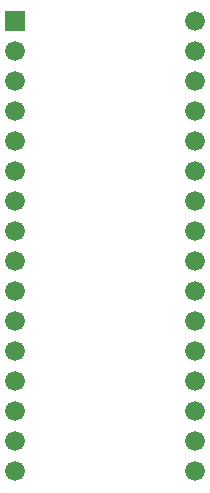
<source format=gbr>
G04 start of page 6 for group -4062 idx -4062 *
G04 Title: (unknown), soldermask *
G04 Creator: pcb 1.99z *
G04 CreationDate: Fri Sep 27 15:25:09 2013 UTC *
G04 For: tim *
G04 Format: Gerber/RS-274X *
G04 PCB-Dimensions (mil): 810.00 1660.00 *
G04 PCB-Coordinate-Origin: lower left *
%MOIN*%
%FSLAX25Y25*%
%LNBOTTOMMASK*%
%ADD29C,0.0001*%
%ADD28C,0.0660*%
G54D28*X11000Y65500D03*
Y55500D03*
Y45500D03*
Y35500D03*
Y25500D03*
Y15500D03*
Y5500D03*
X71000D03*
Y15500D03*
X11000Y125500D03*
Y115500D03*
Y105500D03*
Y95500D03*
G54D29*G36*
X7700Y158800D02*Y152200D01*
X14300D01*
Y158800D01*
X7700D01*
G37*
G54D28*X11000Y145500D03*
Y135500D03*
Y85500D03*
Y75500D03*
X71000Y25500D03*
Y35500D03*
Y45500D03*
Y55500D03*
Y65500D03*
Y75500D03*
Y85500D03*
Y95500D03*
Y105500D03*
Y115500D03*
Y125500D03*
Y135500D03*
Y145500D03*
Y155500D03*
M02*

</source>
